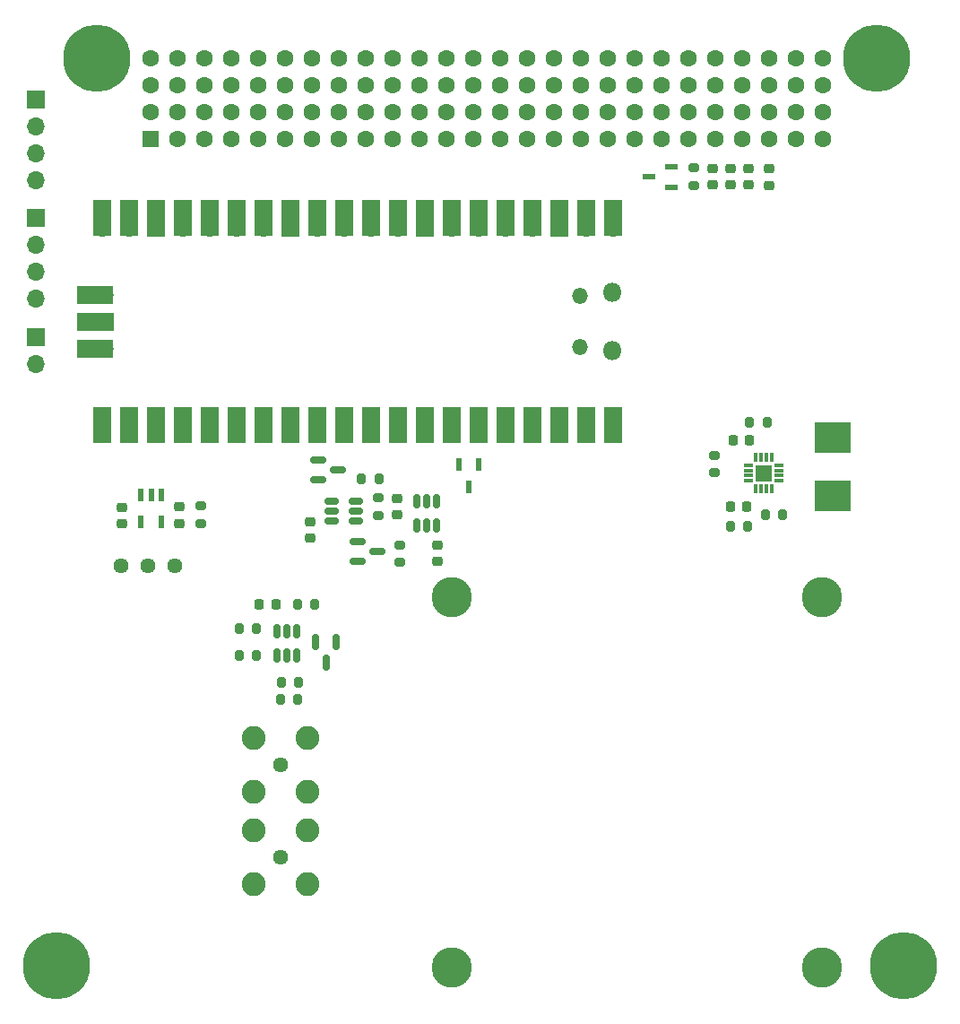
<source format=gts>
%TF.GenerationSoftware,KiCad,Pcbnew,7.0.6*%
%TF.CreationDate,2023-08-29T11:28:15+01:00*%
%TF.ProjectId,SiPM_output,5369504d-5f6f-4757-9470-75742e6b6963,2.2*%
%TF.SameCoordinates,Original*%
%TF.FileFunction,Soldermask,Top*%
%TF.FilePolarity,Negative*%
%FSLAX46Y46*%
G04 Gerber Fmt 4.6, Leading zero omitted, Abs format (unit mm)*
G04 Created by KiCad (PCBNEW 7.0.6) date 2023-08-29 11:28:15*
%MOMM*%
%LPD*%
G01*
G04 APERTURE LIST*
G04 Aperture macros list*
%AMRoundRect*
0 Rectangle with rounded corners*
0 $1 Rounding radius*
0 $2 $3 $4 $5 $6 $7 $8 $9 X,Y pos of 4 corners*
0 Add a 4 corners polygon primitive as box body*
4,1,4,$2,$3,$4,$5,$6,$7,$8,$9,$2,$3,0*
0 Add four circle primitives for the rounded corners*
1,1,$1+$1,$2,$3*
1,1,$1+$1,$4,$5*
1,1,$1+$1,$6,$7*
1,1,$1+$1,$8,$9*
0 Add four rect primitives between the rounded corners*
20,1,$1+$1,$2,$3,$4,$5,0*
20,1,$1+$1,$4,$5,$6,$7,0*
20,1,$1+$1,$6,$7,$8,$9,0*
20,1,$1+$1,$8,$9,$2,$3,0*%
G04 Aperture macros list end*
%ADD10RoundRect,0.150000X-0.150000X0.512500X-0.150000X-0.512500X0.150000X-0.512500X0.150000X0.512500X0*%
%ADD11RoundRect,0.150000X-0.587500X-0.150000X0.587500X-0.150000X0.587500X0.150000X-0.587500X0.150000X0*%
%ADD12RoundRect,0.150000X0.512500X0.150000X-0.512500X0.150000X-0.512500X-0.150000X0.512500X-0.150000X0*%
%ADD13RoundRect,0.225000X0.225000X0.250000X-0.225000X0.250000X-0.225000X-0.250000X0.225000X-0.250000X0*%
%ADD14RoundRect,0.150000X0.150000X-0.512500X0.150000X0.512500X-0.150000X0.512500X-0.150000X-0.512500X0*%
%ADD15C,2.250000*%
%ADD16C,1.440000*%
%ADD17RoundRect,0.225000X-0.250000X0.225000X-0.250000X-0.225000X0.250000X-0.225000X0.250000X0.225000X0*%
%ADD18RoundRect,0.200000X0.275000X-0.200000X0.275000X0.200000X-0.275000X0.200000X-0.275000X-0.200000X0*%
%ADD19R,3.500000X1.700000*%
%ADD20O,1.700000X1.700000*%
%ADD21R,1.700000X1.700000*%
%ADD22R,1.700000X3.500000*%
%ADD23O,1.800000X1.800000*%
%ADD24O,1.500000X1.500000*%
%ADD25RoundRect,0.200000X-0.200000X-0.275000X0.200000X-0.275000X0.200000X0.275000X-0.200000X0.275000X0*%
%ADD26RoundRect,0.150000X-0.150000X0.587500X-0.150000X-0.587500X0.150000X-0.587500X0.150000X0.587500X0*%
%ADD27RoundRect,0.218750X-0.256250X0.218750X-0.256250X-0.218750X0.256250X-0.218750X0.256250X0.218750X0*%
%ADD28RoundRect,0.225000X0.250000X-0.225000X0.250000X0.225000X-0.250000X0.225000X-0.250000X-0.225000X0*%
%ADD29C,6.350000*%
%ADD30R,1.600000X1.600000*%
%ADD31C,1.600000*%
%ADD32C,3.800000*%
%ADD33RoundRect,0.088500X0.526500X0.206500X-0.526500X0.206500X-0.526500X-0.206500X0.526500X-0.206500X0*%
%ADD34RoundRect,0.200000X-0.275000X0.200000X-0.275000X-0.200000X0.275000X-0.200000X0.275000X0.200000X0*%
%ADD35RoundRect,0.200000X0.200000X0.275000X-0.200000X0.275000X-0.200000X-0.275000X0.200000X-0.275000X0*%
%ADD36R,1.550000X1.550000*%
%ADD37R,0.850000X0.300000*%
%ADD38R,0.300000X0.850000*%
%ADD39R,3.500000X2.950000*%
%ADD40RoundRect,0.088500X-0.206500X0.516500X-0.206500X-0.516500X0.206500X-0.516500X0.206500X0.516500X0*%
%ADD41RoundRect,0.088500X-0.206500X0.526500X-0.206500X-0.526500X0.206500X-0.526500X0.206500X0.526500X0*%
G04 APERTURE END LIST*
D10*
%TO.C,U4*%
X93775000Y-102987500D03*
X92825000Y-102987500D03*
X91875000Y-102987500D03*
X91875000Y-100712500D03*
X92825000Y-100712500D03*
X93775000Y-100712500D03*
%TD*%
D11*
%TO.C,D2*%
X88162500Y-105462500D03*
X86287500Y-106412500D03*
X86287500Y-104512500D03*
%TD*%
D12*
%TO.C,U3*%
X83850000Y-102612500D03*
X83850000Y-101662500D03*
X83850000Y-100712500D03*
X86125000Y-100712500D03*
X86125000Y-101662500D03*
X86125000Y-102612500D03*
%TD*%
D13*
%TO.C,C2*%
X121775000Y-95000000D03*
X123325000Y-95000000D03*
%TD*%
D14*
%TO.C,U2*%
X78650000Y-112962500D03*
X79600000Y-112962500D03*
X80550000Y-112962500D03*
X80550000Y-115237500D03*
X79600000Y-115237500D03*
X78650000Y-115237500D03*
%TD*%
D15*
%TO.C,J6*%
X76460000Y-123110000D03*
X76460000Y-128190000D03*
X81540000Y-123110000D03*
X81540000Y-128190000D03*
D16*
X79000000Y-125650000D03*
%TD*%
D17*
%TO.C,C8*%
X119800000Y-70825000D03*
X119800000Y-69275000D03*
%TD*%
D18*
%TO.C,R5*%
X71430000Y-101175000D03*
X71430000Y-102825000D03*
%TD*%
D19*
%TO.C,U5*%
X61500000Y-86290000D03*
D20*
X62400000Y-86290000D03*
D19*
X61500000Y-83750000D03*
D21*
X62400000Y-83750000D03*
D19*
X61500000Y-81210000D03*
D20*
X62400000Y-81210000D03*
D22*
X110430000Y-93540000D03*
D20*
X110430000Y-92640000D03*
D22*
X107890000Y-93540000D03*
D20*
X107890000Y-92640000D03*
D22*
X105350000Y-93540000D03*
D21*
X105350000Y-92640000D03*
D22*
X102810000Y-93540000D03*
D20*
X102810000Y-92640000D03*
D22*
X100270000Y-93540000D03*
D20*
X100270000Y-92640000D03*
D22*
X97730000Y-93540000D03*
D20*
X97730000Y-92640000D03*
D22*
X95190000Y-93540000D03*
D20*
X95190000Y-92640000D03*
D22*
X92650000Y-93540000D03*
D21*
X92650000Y-92640000D03*
D22*
X90110000Y-93540000D03*
D20*
X90110000Y-92640000D03*
D22*
X87570000Y-93540000D03*
D20*
X87570000Y-92640000D03*
D22*
X85030000Y-93540000D03*
D20*
X85030000Y-92640000D03*
D22*
X82490000Y-93540000D03*
D20*
X82490000Y-92640000D03*
D22*
X79950000Y-93540000D03*
D21*
X79950000Y-92640000D03*
D22*
X77410000Y-93540000D03*
D20*
X77410000Y-92640000D03*
D22*
X74870000Y-93540000D03*
D20*
X74870000Y-92640000D03*
D22*
X72330000Y-93540000D03*
D20*
X72330000Y-92640000D03*
D22*
X69790000Y-93540000D03*
D20*
X69790000Y-92640000D03*
D22*
X67250000Y-93540000D03*
D21*
X67250000Y-92640000D03*
D22*
X64710000Y-93540000D03*
D20*
X64710000Y-92640000D03*
D22*
X62170000Y-93540000D03*
D20*
X62170000Y-92640000D03*
D22*
X62170000Y-73960000D03*
D20*
X62170000Y-74860000D03*
D22*
X64710000Y-73960000D03*
D20*
X64710000Y-74860000D03*
D22*
X67250000Y-73960000D03*
D21*
X67250000Y-74860000D03*
D22*
X69790000Y-73960000D03*
D20*
X69790000Y-74860000D03*
D22*
X72330000Y-73960000D03*
D20*
X72330000Y-74860000D03*
D22*
X74870000Y-73960000D03*
D20*
X74870000Y-74860000D03*
D22*
X77410000Y-73960000D03*
D20*
X77410000Y-74860000D03*
D22*
X79950000Y-73960000D03*
D21*
X79950000Y-74860000D03*
D22*
X82490000Y-73960000D03*
D20*
X82490000Y-74860000D03*
D22*
X85030000Y-73960000D03*
D20*
X85030000Y-74860000D03*
D22*
X87570000Y-73960000D03*
D20*
X87570000Y-74860000D03*
D22*
X90110000Y-73960000D03*
D20*
X90110000Y-74860000D03*
D22*
X92650000Y-73960000D03*
D21*
X92650000Y-74860000D03*
D22*
X95190000Y-73960000D03*
D20*
X95190000Y-74860000D03*
D22*
X97730000Y-73960000D03*
D20*
X97730000Y-74860000D03*
D22*
X100270000Y-73960000D03*
D20*
X100270000Y-74860000D03*
D22*
X102810000Y-73960000D03*
D20*
X102810000Y-74860000D03*
D22*
X105350000Y-73960000D03*
D21*
X105350000Y-74860000D03*
D22*
X107890000Y-73960000D03*
D20*
X107890000Y-74860000D03*
D22*
X110430000Y-73960000D03*
D20*
X110430000Y-74860000D03*
D23*
X110300000Y-86475000D03*
D24*
X107270000Y-86175000D03*
X107270000Y-81325000D03*
D23*
X110300000Y-81025000D03*
%TD*%
D18*
%TO.C,R7*%
X90225000Y-104862500D03*
X90225000Y-106512500D03*
%TD*%
D25*
%TO.C,R1*%
X80700000Y-117837500D03*
X79050000Y-117837500D03*
%TD*%
D17*
%TO.C,C7*%
X90050000Y-102000000D03*
X90050000Y-100450000D03*
%TD*%
D25*
%TO.C,R3*%
X80650000Y-119437500D03*
X79000000Y-119437500D03*
%TD*%
D20*
%TO.C,J1*%
X55850000Y-81620000D03*
X55850000Y-79080000D03*
X55850000Y-76540000D03*
D21*
X55850000Y-74000000D03*
%TD*%
D16*
%TO.C,RV1*%
X63900000Y-106850000D03*
X66440000Y-106850000D03*
X68980000Y-106850000D03*
%TD*%
D25*
%TO.C,R10*%
X76750000Y-112777500D03*
X75100000Y-112777500D03*
%TD*%
D13*
%TO.C,C3*%
X77000000Y-110437500D03*
X78550000Y-110437500D03*
%TD*%
D17*
%TO.C,C10*%
X123200000Y-70825000D03*
X123200000Y-69275000D03*
%TD*%
%TO.C,C11*%
X81825000Y-104187500D03*
X81825000Y-102637500D03*
%TD*%
D18*
%TO.C,R6*%
X88275000Y-100412500D03*
X88275000Y-102062500D03*
%TD*%
D26*
%TO.C,D1*%
X83300000Y-115925000D03*
X82350000Y-114050000D03*
X84250000Y-114050000D03*
%TD*%
D15*
%TO.C,J4*%
X76470000Y-131750000D03*
X76470000Y-136830000D03*
X81550000Y-131750000D03*
X81550000Y-136830000D03*
D16*
X79010000Y-134290000D03*
%TD*%
D27*
%TO.C,L1*%
X125150000Y-70887500D03*
X125150000Y-69312500D03*
%TD*%
D28*
%TO.C,C1*%
X69480000Y-101250000D03*
X69480000Y-102800000D03*
%TD*%
D29*
%TO.C,U8*%
X57840000Y-144600000D03*
X61650000Y-58870000D03*
X135310000Y-58870000D03*
X137850000Y-144600000D03*
D30*
X66730000Y-66490000D03*
D31*
X66730000Y-63950000D03*
X69270000Y-66490000D03*
X69270000Y-63950000D03*
X71810000Y-66490000D03*
X71810000Y-63950000D03*
X74350000Y-66490000D03*
X74350000Y-63950000D03*
X76890000Y-66490000D03*
X76890000Y-63950000D03*
X79430000Y-66490000D03*
X79430000Y-63950000D03*
X81970000Y-66490000D03*
X81970000Y-63950000D03*
X84510000Y-66490000D03*
X84510000Y-63950000D03*
X87050000Y-66490000D03*
X87050000Y-63950000D03*
X89590000Y-66490000D03*
X89590000Y-63950000D03*
X92130000Y-66490000D03*
X92130000Y-63950000D03*
X94670000Y-66490000D03*
X94670000Y-63950000D03*
X97210000Y-66490000D03*
X97210000Y-63950000D03*
X99750000Y-66490000D03*
X99750000Y-63950000D03*
X102290000Y-66490000D03*
X102290000Y-63950000D03*
X104830000Y-66490000D03*
X104830000Y-63950000D03*
X107370000Y-66490000D03*
X107370000Y-63950000D03*
X109910000Y-66490000D03*
X109910000Y-63950000D03*
X112450000Y-66490000D03*
X112450000Y-63950000D03*
X114990000Y-66490000D03*
X114990000Y-63950000D03*
X117530000Y-66490000D03*
X117530000Y-63950000D03*
X120070000Y-66490000D03*
X120070000Y-63950000D03*
X122610000Y-66490000D03*
X122610000Y-63950000D03*
X125150000Y-66490000D03*
X125150000Y-63950000D03*
X127690000Y-66490000D03*
X127690000Y-63950000D03*
X130230000Y-66490000D03*
X130230000Y-63950000D03*
X66730000Y-61410000D03*
X66730000Y-58870000D03*
X69270000Y-61410000D03*
X69270000Y-58870000D03*
X71810000Y-61410000D03*
X71810000Y-58870000D03*
X74350000Y-61410000D03*
X74350000Y-58870000D03*
X76890000Y-61410000D03*
X76890000Y-58870000D03*
X79430000Y-61410000D03*
X79430000Y-58870000D03*
X81970000Y-61410000D03*
X81970000Y-58870000D03*
X84510000Y-61410000D03*
X84510000Y-58870000D03*
X87050000Y-61410000D03*
X87050000Y-58870000D03*
X89590000Y-61410000D03*
X89590000Y-58870000D03*
X92130000Y-61410000D03*
X92130000Y-58870000D03*
X94670000Y-61410000D03*
X94670000Y-58870000D03*
X97210000Y-61410000D03*
X97210000Y-58870000D03*
X99750000Y-61410000D03*
X99750000Y-58870000D03*
X102290000Y-61410000D03*
X102290000Y-58870000D03*
X104830000Y-61410000D03*
X104830000Y-58870000D03*
X107370000Y-61410000D03*
X107370000Y-58870000D03*
X109910000Y-61410000D03*
X109910000Y-58870000D03*
X112450000Y-61410000D03*
X112450000Y-58870000D03*
X114990000Y-61410000D03*
X114990000Y-58870000D03*
X117530000Y-61410000D03*
X117530000Y-58870000D03*
X120070000Y-61410000D03*
X120070000Y-58870000D03*
X122610000Y-61410000D03*
X122610000Y-58870000D03*
X125150000Y-61410000D03*
X125150000Y-58870000D03*
X127690000Y-61410000D03*
X127690000Y-58870000D03*
X130230000Y-61410000D03*
X130230000Y-58870000D03*
%TD*%
D32*
%TO.C,REF\u002A\u002A*%
X130150000Y-144750000D03*
%TD*%
D18*
%TO.C,R17*%
X120000000Y-96375000D03*
X120000000Y-98025000D03*
%TD*%
D32*
%TO.C,REF\u002A\u002A*%
X95150000Y-144750000D03*
%TD*%
D17*
%TO.C,C4*%
X64030000Y-102825000D03*
X64030000Y-101275000D03*
%TD*%
D11*
%TO.C,Q1*%
X84425000Y-97737500D03*
X82550000Y-98687500D03*
X82550000Y-96787500D03*
%TD*%
D33*
%TO.C,U6*%
X113767500Y-70100000D03*
X115887500Y-69150000D03*
X115887500Y-71050000D03*
%TD*%
D32*
%TO.C,REF\u002A\u002A*%
X130150000Y-109750000D03*
%TD*%
D34*
%TO.C,R9*%
X118050000Y-70875000D03*
X118050000Y-69225000D03*
%TD*%
D35*
%TO.C,R15*%
X124775000Y-102000000D03*
X126425000Y-102000000D03*
%TD*%
D13*
%TO.C,C6*%
X121525000Y-101250000D03*
X123075000Y-101250000D03*
%TD*%
D17*
%TO.C,C12*%
X93800000Y-106425000D03*
X93800000Y-104875000D03*
%TD*%
D35*
%TO.C,R8*%
X86650000Y-98587500D03*
X88300000Y-98587500D03*
%TD*%
%TO.C,R14*%
X123325000Y-93250000D03*
X124975000Y-93250000D03*
%TD*%
D32*
%TO.C,REF\u002A\u002A*%
X95150000Y-109750000D03*
%TD*%
D20*
%TO.C,J2*%
X55850000Y-87740000D03*
D21*
X55850000Y-85200000D03*
%TD*%
D20*
%TO.C,J3*%
X55850000Y-70420000D03*
X55850000Y-67880000D03*
X55850000Y-65340000D03*
D21*
X55850000Y-62800000D03*
%TD*%
D36*
%TO.C,IC1*%
X124650000Y-98050000D03*
D37*
X123200000Y-98800000D03*
X123200000Y-98300000D03*
X123200000Y-97800000D03*
X123200000Y-97300000D03*
D38*
X123900000Y-96600000D03*
X124400000Y-96600000D03*
X124900000Y-96600000D03*
X125400000Y-96600000D03*
D37*
X126100000Y-97300000D03*
X126100000Y-97800000D03*
X126100000Y-98300000D03*
X126100000Y-98800000D03*
D38*
X125400000Y-99500000D03*
X124900000Y-99500000D03*
X124400000Y-99500000D03*
X123900000Y-99500000D03*
%TD*%
D39*
%TO.C,L2*%
X131200000Y-100175000D03*
X131200000Y-94725000D03*
%TD*%
D35*
%TO.C,R16*%
X121475000Y-103050000D03*
X123125000Y-103050000D03*
%TD*%
D40*
%TO.C,U1*%
X67730000Y-102650000D03*
X65830000Y-102650000D03*
X65830000Y-100140000D03*
X66780000Y-100140000D03*
X67730000Y-100140000D03*
%TD*%
D35*
%TO.C,R4*%
X80575000Y-110437500D03*
X82225000Y-110437500D03*
%TD*%
D17*
%TO.C,C9*%
X121500000Y-70825000D03*
X121500000Y-69275000D03*
%TD*%
D41*
%TO.C,U7*%
X96800000Y-99382500D03*
X95850000Y-97262500D03*
X97750000Y-97262500D03*
%TD*%
D25*
%TO.C,R11*%
X76750000Y-115287500D03*
X75100000Y-115287500D03*
%TD*%
M02*

</source>
